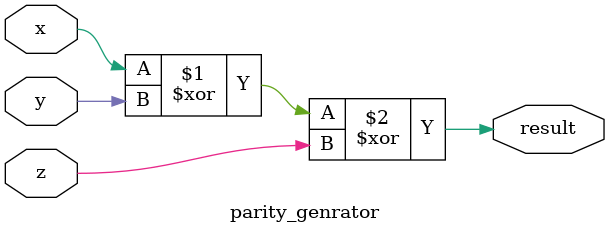
<source format=v>
module parity_genrator(
    input x,
    input y,
    input z,
    output reg result
    );
    
    xor (result,x,y,z);
   
endmodule

</source>
